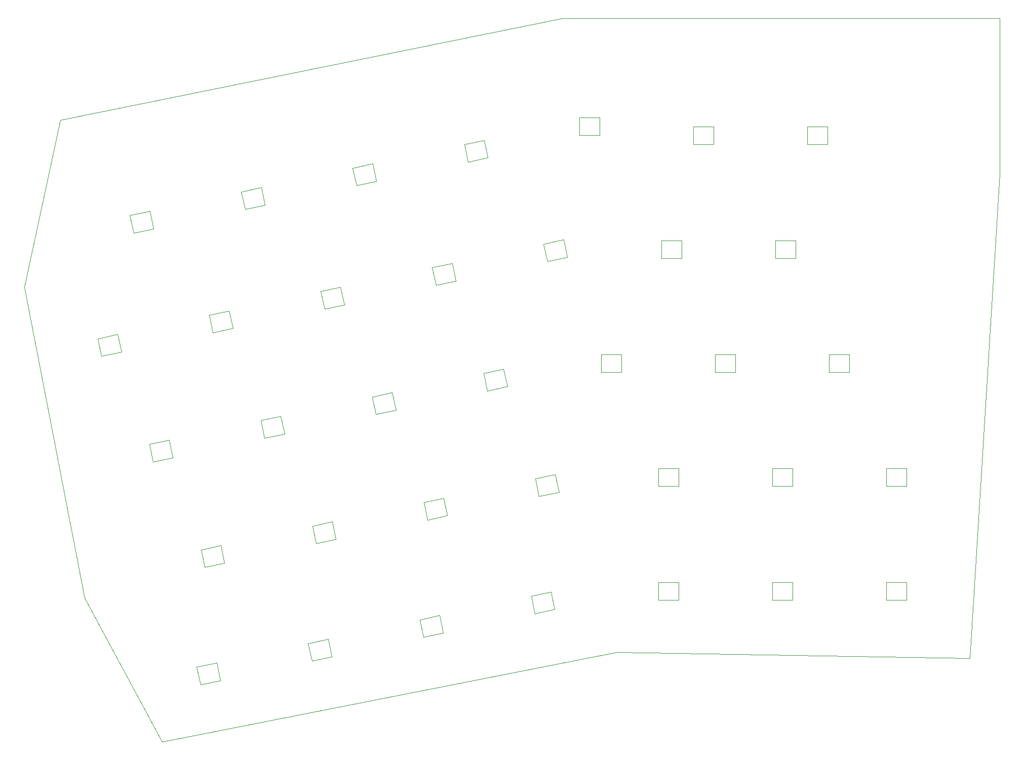
<source format=gbr>
%TF.GenerationSoftware,KiCad,Pcbnew,9.0.3*%
%TF.CreationDate,2025-11-25T10:19:29-05:00*%
%TF.ProjectId,Wren,5772656e-2e6b-4696-9361-645f70636258,rev?*%
%TF.SameCoordinates,Original*%
%TF.FileFunction,Profile,NP*%
%FSLAX46Y46*%
G04 Gerber Fmt 4.6, Leading zero omitted, Abs format (unit mm)*
G04 Created by KiCad (PCBNEW 9.0.3) date 2025-11-25 10:19:29*
%MOMM*%
%LPD*%
G01*
G04 APERTURE LIST*
%TA.AperFunction,Profile*%
%ADD10C,0.050000*%
%TD*%
%TA.AperFunction,Profile*%
%ADD11C,0.120000*%
%TD*%
G04 APERTURE END LIST*
D10*
X425000000Y-232000000D02*
X430000000Y-151000000D01*
X267000000Y-170000000D02*
X277000000Y-222000000D01*
X430000000Y-151000000D02*
X430000000Y-125000000D01*
X290000000Y-246000000D02*
X366000000Y-231000000D01*
X273000000Y-142000000D02*
X267000000Y-170000000D01*
X430000000Y-125000000D02*
X357000000Y-125000000D01*
X366000000Y-231000000D02*
X425000000Y-232000000D01*
X277000000Y-222000000D02*
X290000000Y-246000000D01*
X273000000Y-142000000D02*
X357000000Y-125000000D01*
D11*
%TO.C,D112*%
X397845048Y-143109629D02*
X397845048Y-146109629D01*
X397845048Y-146109629D02*
X401245048Y-146109629D01*
X401245048Y-143109629D02*
X397845048Y-143109629D01*
X401245048Y-146109629D02*
X401245048Y-143109629D01*
%TO.C,D139*%
X391999929Y-219309623D02*
X391999929Y-222309623D01*
X391999929Y-222309623D02*
X395399929Y-222309623D01*
X395399929Y-219309623D02*
X391999929Y-219309623D01*
X395399929Y-222309623D02*
X395399929Y-219309623D01*
%TO.C,D127*%
X296478282Y-213882497D02*
X297102016Y-216816940D01*
X297102016Y-216816940D02*
X300427716Y-216110041D01*
X299803982Y-213175598D02*
X296478282Y-213882497D01*
X300427716Y-216110041D02*
X299803982Y-213175598D01*
%TO.C,D140*%
X411049929Y-219309623D02*
X411049929Y-222309623D01*
X411049929Y-222309623D02*
X414449929Y-222309623D01*
X414449929Y-219309623D02*
X411049929Y-219309623D01*
X414449929Y-222309623D02*
X414449929Y-219309623D01*
%TO.C,D109*%
X340497463Y-146099208D02*
X341121197Y-149033651D01*
X341121197Y-149033651D02*
X344446897Y-148326752D01*
X343823163Y-145392309D02*
X340497463Y-146099208D01*
X344446897Y-148326752D02*
X343823163Y-145392309D01*
%TO.C,D124*%
X363424929Y-181209623D02*
X363424929Y-184209623D01*
X363424929Y-184209623D02*
X366824929Y-184209623D01*
X366824929Y-181209623D02*
X363424929Y-181209623D01*
X366824929Y-184209623D02*
X366824929Y-181209623D01*
%TO.C,D133*%
X411049929Y-200259623D02*
X411049929Y-203259623D01*
X411049929Y-203259623D02*
X414449929Y-203259623D01*
X414449929Y-200259623D02*
X411049929Y-200259623D01*
X414449929Y-203259623D02*
X414449929Y-200259623D01*
%TO.C,D116*%
X335141181Y-166713320D02*
X335764915Y-169647763D01*
X335764915Y-169647763D02*
X339090615Y-168940864D01*
X338466881Y-166006421D02*
X335141181Y-166713320D01*
X339090615Y-168940864D02*
X338466881Y-166006421D01*
%TO.C,D131*%
X372949929Y-200259623D02*
X372949929Y-203259623D01*
X372949929Y-203259623D02*
X376349929Y-203259623D01*
X376349929Y-200259623D02*
X372949929Y-200259623D01*
X376349929Y-203259623D02*
X376349929Y-200259623D01*
%TO.C,D138*%
X372949929Y-219309623D02*
X372949929Y-222309623D01*
X372949929Y-222309623D02*
X376349929Y-222309623D01*
X376349929Y-219309623D02*
X372949929Y-219309623D01*
X376349929Y-222309623D02*
X376349929Y-219309623D01*
%TO.C,D118*%
X373434929Y-162159623D02*
X373434929Y-165159623D01*
X373434929Y-165159623D02*
X376834929Y-165159623D01*
X376834929Y-162159623D02*
X373434929Y-162159623D01*
X376834929Y-165159623D02*
X376834929Y-162159623D01*
%TO.C,D114*%
X297873757Y-174634755D02*
X298497491Y-177569198D01*
X298497491Y-177569198D02*
X301823191Y-176862299D01*
X301199457Y-173927856D02*
X297873757Y-174634755D01*
X301823191Y-176862299D02*
X301199457Y-173927856D01*
%TO.C,D137*%
X351681735Y-221624256D02*
X352305469Y-224558699D01*
X352305469Y-224558699D02*
X355631169Y-223851800D01*
X355007435Y-220917357D02*
X351681735Y-221624256D01*
X355631169Y-223851800D02*
X355007435Y-220917357D01*
%TO.C,D120*%
X287859164Y-196238985D02*
X288482898Y-199173428D01*
X288482898Y-199173428D02*
X291808598Y-198466529D01*
X291184864Y-195532086D02*
X287859164Y-196238985D01*
X291808598Y-198466529D02*
X291184864Y-195532086D01*
%TO.C,D130*%
X352379417Y-202000344D02*
X353003151Y-204934787D01*
X353003151Y-204934787D02*
X356328851Y-204227888D01*
X355705117Y-201293445D02*
X352379417Y-202000344D01*
X356328851Y-204227888D02*
X355705117Y-201293445D01*
%TO.C,D107*%
X303230040Y-154020644D02*
X303853774Y-156955087D01*
X303853774Y-156955087D02*
X307179474Y-156248188D01*
X306555740Y-153313745D02*
X303230040Y-154020644D01*
X307179474Y-156248188D02*
X306555740Y-153313745D01*
%TO.C,D123*%
X343760299Y-184356832D02*
X344384033Y-187291275D01*
X344384033Y-187291275D02*
X347709733Y-186584376D01*
X347085999Y-183649933D02*
X343760299Y-184356832D01*
X347709733Y-186584376D02*
X347085999Y-183649933D01*
%TO.C,D128*%
X315111993Y-209921779D02*
X315735727Y-212856222D01*
X315735727Y-212856222D02*
X319061427Y-212149323D01*
X318437693Y-209214880D02*
X315111993Y-209921779D01*
X319061427Y-212149323D02*
X318437693Y-209214880D01*
%TO.C,D113*%
X279240046Y-178595473D02*
X279863780Y-181529916D01*
X279863780Y-181529916D02*
X283189480Y-180823017D01*
X282565746Y-177888574D02*
X279240046Y-178595473D01*
X283189480Y-180823017D02*
X282565746Y-177888574D01*
%TO.C,D108*%
X321863751Y-150059926D02*
X322487485Y-152994369D01*
X322487485Y-152994369D02*
X325813185Y-152287470D01*
X325189451Y-149353027D02*
X321863751Y-150059926D01*
X325813185Y-152287470D02*
X325189451Y-149353027D01*
%TO.C,D117*%
X353774845Y-162752602D02*
X354398579Y-165687045D01*
X354398579Y-165687045D02*
X357724279Y-164980146D01*
X357100545Y-162045703D02*
X353774845Y-162752602D01*
X357724279Y-164980146D02*
X357100545Y-162045703D01*
%TO.C,D132*%
X391999929Y-200259623D02*
X391999929Y-203259623D01*
X391999929Y-203259623D02*
X395399929Y-203259623D01*
X395399929Y-200259623D02*
X391999929Y-200259623D01*
X395399929Y-203259623D02*
X395399929Y-200259623D01*
%TO.C,D122*%
X325126587Y-188317549D02*
X325750321Y-191251992D01*
X325750321Y-191251992D02*
X329076021Y-190545093D01*
X328452287Y-187610650D02*
X325126587Y-188317549D01*
X329076021Y-190545093D02*
X328452287Y-187610650D01*
%TO.C,D136*%
X333048023Y-225584974D02*
X333671757Y-228519417D01*
X333671757Y-228519417D02*
X336997457Y-227812518D01*
X336373723Y-224878075D02*
X333048023Y-225584974D01*
X336997457Y-227812518D02*
X336373723Y-224878075D01*
%TO.C,D129*%
X333745705Y-205961061D02*
X334369439Y-208895504D01*
X334369439Y-208895504D02*
X337695139Y-208188605D01*
X337071405Y-205254162D02*
X333745705Y-205961061D01*
X337695139Y-208188605D02*
X337071405Y-205254162D01*
%TO.C,D121*%
X306492875Y-192278267D02*
X307116609Y-195212710D01*
X307116609Y-195212710D02*
X310442309Y-194505811D01*
X309818575Y-191571368D02*
X306492875Y-192278267D01*
X310442309Y-194505811D02*
X309818575Y-191571368D01*
%TO.C,D135*%
X314414312Y-229545691D02*
X315038046Y-232480134D01*
X315038046Y-232480134D02*
X318363746Y-231773235D01*
X317740012Y-228838792D02*
X314414312Y-229545691D01*
X318363746Y-231773235D02*
X317740012Y-228838792D01*
%TO.C,D106*%
X284596328Y-157981361D02*
X285220062Y-160915804D01*
X285220062Y-160915804D02*
X288545762Y-160208905D01*
X287922028Y-157274462D02*
X284596328Y-157981361D01*
X288545762Y-160208905D02*
X287922028Y-157274462D01*
%TO.C,D115*%
X316507469Y-170674038D02*
X317131203Y-173608481D01*
X317131203Y-173608481D02*
X320456903Y-172901582D01*
X319833169Y-169967139D02*
X316507469Y-170674038D01*
X320456903Y-172901582D02*
X319833169Y-169967139D01*
%TO.C,D125*%
X382474929Y-181209623D02*
X382474929Y-184209623D01*
X382474929Y-184209623D02*
X385874929Y-184209623D01*
X385874929Y-181209623D02*
X382474929Y-181209623D01*
X385874929Y-184209623D02*
X385874929Y-181209623D01*
%TO.C,D134*%
X295780600Y-233506409D02*
X296404334Y-236440852D01*
X296404334Y-236440852D02*
X299730034Y-235733953D01*
X299106300Y-232799510D02*
X295780600Y-233506409D01*
X299730034Y-235733953D02*
X299106300Y-232799510D01*
%TO.C,D119*%
X392484929Y-162159623D02*
X392484929Y-165159623D01*
X392484929Y-165159623D02*
X395884929Y-165159623D01*
X395884929Y-162159623D02*
X392484929Y-162159623D01*
X395884929Y-165159623D02*
X395884929Y-162159623D01*
%TO.C,D126*%
X401524929Y-181209623D02*
X401524929Y-184209623D01*
X401524929Y-184209623D02*
X404924929Y-184209623D01*
X404924929Y-181209623D02*
X401524929Y-181209623D01*
X404924929Y-184209623D02*
X404924929Y-181209623D01*
%TO.C,D111*%
X378795048Y-143109629D02*
X378795048Y-146109629D01*
X378795048Y-146109629D02*
X382195048Y-146109629D01*
X382195048Y-143109629D02*
X378795048Y-143109629D01*
X382195048Y-146109629D02*
X382195048Y-143109629D01*
%TO.C,D110*%
X359745048Y-141609229D02*
X359745048Y-144609229D01*
X359745048Y-144609229D02*
X363145048Y-144609229D01*
X363145048Y-141609229D02*
X359745048Y-141609229D01*
X363145048Y-144609229D02*
X363145048Y-141609229D01*
%TD*%
M02*

</source>
